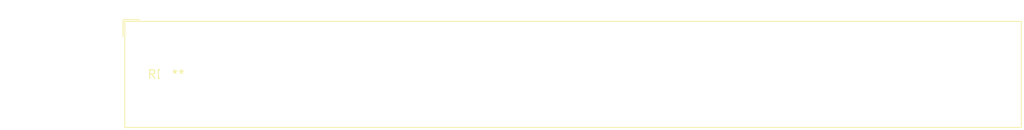
<source format=kicad_pcb>
(kicad_pcb (version 20240108) (generator pcbnew)
  (layers (0 "F.Cu" signal) (31 "B.Cu" signal) (34 "B.Paste" user) (35 "F.Paste" user) (36 "B.SilkS" user "B.Silkscreen") (37 "F.SilkS" user "F.Silkscreen") (38 "B.Mask" user) (39 "F.Mask" user) (44 "Edge.Cuts" user))
  (net 0 "")
  (footprint "TerminalBlock_Dinkle_DT-55-B01X-13_P10.00mm" (layer "F.Cu") (at 0 0)
    (property "Reference" "REF**")
    (property "Value" "TerminalBlock_Dinkle_DT-55-B01X-13_P10.00mm")
    (fp_line (start -6.35 -8.1) (end -3.85 -8.1) (layer "F.SilkS") (stroke (width 0.12)))
    (fp_line (start -6.35 -5.6) (end -6.35 -8.1) (layer "F.SilkS") (stroke (width 0.12)))
    (fp_line (start -6.1 -7.85) (end 126.1 -7.85) (layer "F.SilkS") (stroke (width 0.12)))
    (fp_line (start -6.1 7.85) (end -6.1 -7.85) (layer "F.SilkS") (stroke (width 0.12)))
    (fp_line (start -6.1 7.85) (end 126.1 7.85) (layer "F.SilkS") (stroke (width 0.12)))
    (fp_line (start 126.1 -7.85) (end 126.1 7.85) (layer "F.SilkS") (stroke (width 0.12)))
    (pad "1" thru_hole rect (at 0 0) (size 3.3 6.6) (drill 2.2) (layers *.Cu *.Mask) (remove_unused_layers))
    (pad "2" thru_hole oval (at 10 0) (size 3.3 6.6) (drill 2.2) (layers *.Cu *.Mask) (remove_unused_layers))
    (pad "3" thru_hole oval (at 20 0) (size 3.3 6.6) (drill 2.2) (layers *.Cu *.Mask) (remove_unused_layers))
    (pad "4" thru_hole oval (at 30 0) (size 3.3 6.6) (drill 2.2) (layers *.Cu *.Mask) (remove_unused_layers))
    (pad "5" thru_hole oval (at 40 0) (size 3.3 6.6) (drill 2.2) (layers *.Cu *.Mask) (remove_unused_layers))
    (pad "6" thru_hole oval (at 50 0) (size 3.3 6.6) (drill 2.2) (layers *.Cu *.Mask) (remove_unused_layers))
    (pad "7" thru_hole oval (at 60 0) (size 3.3 6.6) (drill 2.2) (layers *.Cu *.Mask) (remove_unused_layers))
    (pad "8" thru_hole oval (at 70 0) (size 3.3 6.6) (drill 2.2) (layers *.Cu *.Mask) (remove_unused_layers))
    (pad "9" thru_hole oval (at 80 0) (size 3.3 6.6) (drill 2.2) (layers *.Cu *.Mask) (remove_unused_layers))
    (pad "10" thru_hole oval (at 90 0) (size 3.3 6.6) (drill 2.2) (layers *.Cu *.Mask) (remove_unused_layers))
    (pad "11" thru_hole oval (at 100 0) (size 3.3 6.6) (drill 2.2) (layers *.Cu *.Mask) (remove_unused_layers))
    (pad "12" thru_hole oval (at 110 0) (size 3.3 6.6) (drill 2.2) (layers *.Cu *.Mask) (remove_unused_layers))
    (pad "13" thru_hole oval (at 120 0) (size 3.3 6.6) (drill 2.2) (layers *.Cu *.Mask) (remove_unused_layers))
  )
)
</source>
